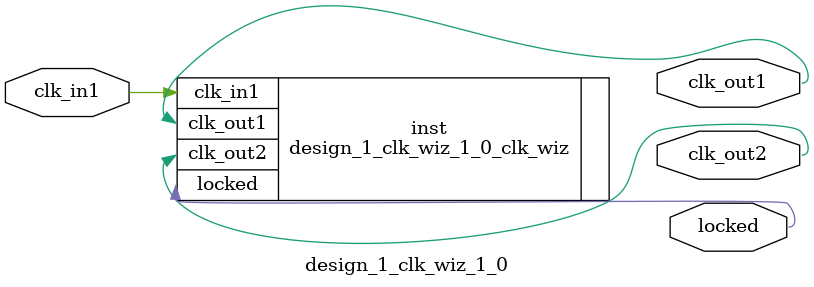
<source format=v>


`timescale 1ps/1ps

(* CORE_GENERATION_INFO = "design_1_clk_wiz_1_0,clk_wiz_v6_0_4_0_0,{component_name=design_1_clk_wiz_1_0,use_phase_alignment=false,use_min_o_jitter=false,use_max_i_jitter=false,use_dyn_phase_shift=false,use_inclk_switchover=false,use_dyn_reconfig=false,enable_axi=0,feedback_source=FDBK_AUTO,PRIMITIVE=MMCM,num_out_clk=2,clkin1_period=20.000,clkin2_period=10.0,use_power_down=false,use_reset=false,use_locked=true,use_inclk_stopped=false,feedback_type=SINGLE,CLOCK_MGR_TYPE=NA,manual_override=false}" *)

module design_1_clk_wiz_1_0 
 (
  // Clock out ports
  output        clk_out1,
  output        clk_out2,
  // Status and control signals
  output        locked,
 // Clock in ports
  input         clk_in1
 );

  design_1_clk_wiz_1_0_clk_wiz inst
  (
  // Clock out ports  
  .clk_out1(clk_out1),
  .clk_out2(clk_out2),
  // Status and control signals               
  .locked(locked),
 // Clock in ports
  .clk_in1(clk_in1)
  );

endmodule

</source>
